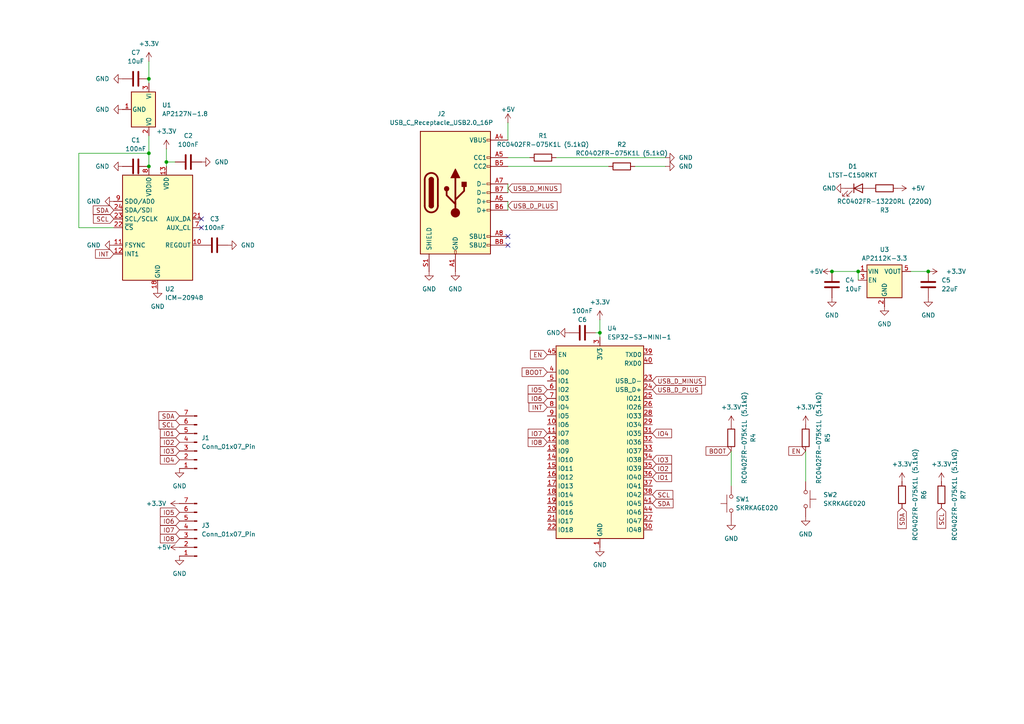
<source format=kicad_sch>
(kicad_sch (version 20250114) (generator "eeschema") (generator_version "9.0")
  (paper "A4")
  (lib_symbols
    (symbol "Connector:Conn_01x07_Pin" (pin_names (offset 1.016) (hide yes))
      (property "Reference" "J" (at 0 10.16 0))
      (property "Value" "Conn_01x07_Pin" (at 0 -10.16 0))
      (symbol "Conn_01x07_Pin_1_1"
        (rectangle (start 0.8636 7.747) (end 0 7.493) (stroke (width 0.1524)) (fill (type outline)))
        (rectangle (start 0.8636 5.207) (end 0 4.953) (stroke (width 0.1524)) (fill (type outline)))
        (rectangle (start 0.8636 2.667) (end 0 2.413) (stroke (width 0.1524)) (fill (type outline)))
        (rectangle (start 0.8636 0.127) (end 0 -0.127) (stroke (width 0.1524)) (fill (type outline)))
        (rectangle (start 0.8636 -2.413) (end 0 -2.667) (stroke (width 0.1524)) (fill (type outline)))
        (rectangle (start 0.8636 -4.953) (end 0 -5.207) (stroke (width 0.1524)) (fill (type outline)))
        (rectangle (start 0.8636 -7.493) (end 0 -7.747) (stroke (width 0.1524)) (fill (type outline)))
        (polyline (pts (xy 1.27 7.62) (xy 0.8636 7.62)) (stroke (width 0.1524)))
        (polyline (pts (xy 1.27 5.08) (xy 0.8636 5.08)) (stroke (width 0.1524)))
        (polyline (pts (xy 1.27 2.54) (xy 0.8636 2.54)) (stroke (width 0.1524)))
        (polyline (pts (xy 1.27 0) (xy 0.8636 0)) (stroke (width 0.1524)))
        (polyline (pts (xy 1.27 -2.54) (xy 0.8636 -2.54)) (stroke (width 0.1524)))
        (polyline (pts (xy 1.27 -5.08) (xy 0.8636 -5.08)) (stroke (width 0.1524)))
        (polyline (pts (xy 1.27 -7.62) (xy 0.8636 -7.62)) (stroke (width 0.1524)))
        (pin passive line (at 5.08 7.62 180) (length 3.81) (name "Pin_1") (number "1"))
        (pin passive line (at 5.08 5.08 180) (length 3.81) (name "Pin_2") (number "2"))
        (pin passive line (at 5.08 2.54 180) (length 3.81) (name "Pin_3") (number "3"))
        (pin passive line (at 5.08 0 180) (length 3.81) (name "Pin_4") (number "4"))
        (pin passive line (at 5.08 -2.54 180) (length 3.81) (name "Pin_5") (number "5"))
        (pin passive line (at 5.08 -5.08 180) (length 3.81) (name "Pin_6") (number "6"))
        (pin passive line (at 5.08 -7.62 180) (length 3.81) (name "Pin_7") (number "7"))
      )
    )
    (symbol "Connector:USB_C_Receptacle_USB2.0_16P" (pin_names (offset 1.016))
      (property "Reference" "J" (at 0 22.225 0))
      (property "Value" "USB_C_Receptacle_USB2.0_16P" (at 0 19.685 0))
      (symbol "USB_C_Receptacle_USB2.0_16P_0_0"
        (rectangle (start -0.254 -17.78) (end 0.254 -16.764))
        (rectangle (start 10.16 15.494) (end 9.144 14.986))
        (rectangle (start 10.16 10.414) (end 9.144 9.906))
        (rectangle (start 10.16 7.874) (end 9.144 7.366))
        (rectangle (start 10.16 2.794) (end 9.144 2.286))
        (rectangle (start 10.16 0.254) (end 9.144 -0.254))
        (rectangle (start 10.16 -2.286) (end 9.144 -2.794))
        (rectangle (start 10.16 -4.826) (end 9.144 -5.334))
        (rectangle (start 10.16 -12.446) (end 9.144 -12.954))
        (rectangle (start 10.16 -14.986) (end 9.144 -15.494))
      )
      (symbol "USB_C_Receptacle_USB2.0_16P_0_1"
        (rectangle (start -10.16 17.78) (end 10.16 -17.78) (stroke (width 0.254)) (fill (type background)))
        (polyline (pts (xy -8.89 -3.81) (xy -8.89 3.81)) (stroke (width 0.508)))
        (rectangle (start -7.62 -3.81) (end -6.35 3.81) (stroke (width 0.254)) (fill (type outline)))
        (arc (start -7.62 3.81) (mid -6.985 4.4423) (end -6.35 3.81) (stroke (width 0.254)))
        (arc (start -7.62 3.81) (mid -6.985 4.4423) (end -6.35 3.81) (stroke (width 0.254)) (fill (type outline)))
        (arc (start -8.89 3.81) (mid -6.985 5.7067) (end -5.08 3.81) (stroke (width 0.508)))
        (arc (start -5.08 -3.81) (mid -6.985 -5.7067) (end -8.89 -3.81) (stroke (width 0.508)))
        (arc (start -6.35 -3.81) (mid -6.985 -4.4423) (end -7.62 -3.81) (stroke (width 0.254)))
        (arc (start -6.35 -3.81) (mid -6.985 -4.4423) (end -7.62 -3.81) (stroke (width 0.254)) (fill (type outline)))
        (polyline (pts (xy -5.08 3.81) (xy -5.08 -3.81)) (stroke (width 0.508)))
        (circle (center -2.54 1.143) (radius 0.635) (stroke (width 0.254)) (fill (type outline)))
        (polyline (pts (xy -1.27 4.318) (xy 0 6.858) (xy 1.27 4.318) (xy -1.27 4.318)) (stroke (width 0.254)) (fill (type outline)))
        (polyline (pts (xy 0 -2.032) (xy 2.54 0.508) (xy 2.54 1.778)) (stroke (width 0.508)))
        (polyline (pts (xy 0 -3.302) (xy -2.54 -0.762) (xy -2.54 0.508)) (stroke (width 0.508)))
        (polyline (pts (xy 0 -5.842) (xy 0 4.318)) (stroke (width 0.508)))
        (circle (center 0 -5.842) (radius 1.27) (fill (type outline)))
        (rectangle (start 1.905 1.778) (end 3.175 3.048) (stroke (width 0.254)) (fill (type outline)))
      )
      (symbol "USB_C_Receptacle_USB2.0_16P_1_1"
        (pin passive line (at -7.62 -22.86 90) (length 5.08) (name "SHIELD") (number "S1"))
        (pin passive line (at 0 -22.86 90) (length 5.08) (name "GND") (number "A1"))
        (pin passive line (at 0 -22.86 90) (length 5.08) (hide yes) (name "GND") (number "A12"))
        (pin passive line (at 0 -22.86 90) (length 5.08) (hide yes) (name "GND") (number "B1"))
        (pin passive line (at 0 -22.86 90) (length 5.08) (hide yes) (name "GND") (number "B12"))
        (pin passive line (at 15.24 15.24 180) (length 5.08) (name "VBUS") (number "A4"))
        (pin passive line (at 15.24 15.24 180) (length 5.08) (hide yes) (name "VBUS") (number "A9"))
        (pin passive line (at 15.24 15.24 180) (length 5.08) (hide yes) (name "VBUS") (number "B4"))
        (pin passive line (at 15.24 15.24 180) (length 5.08) (hide yes) (name "VBUS") (number "B9"))
        (pin bidirectional line (at 15.24 10.16 180) (length 5.08) (name "CC1") (number "A5"))
        (pin bidirectional line (at 15.24 7.62 180) (length 5.08) (name "CC2") (number "B5"))
        (pin bidirectional line (at 15.24 2.54 180) (length 5.08) (name "D-") (number "A7"))
        (pin bidirectional line (at 15.24 0 180) (length 5.08) (name "D-") (number "B7"))
        (pin bidirectional line (at 15.24 -2.54 180) (length 5.08) (name "D+") (number "A6"))
        (pin bidirectional line (at 15.24 -5.08 180) (length 5.08) (name "D+") (number "B6"))
        (pin bidirectional line (at 15.24 -12.7 180) (length 5.08) (name "SBU1") (number "A8"))
        (pin bidirectional line (at 15.24 -15.24 180) (length 5.08) (name "SBU2") (number "B8"))
      )
    )
    (symbol "Device:C" (pin_numbers (hide yes)) (pin_names (offset 0.254))
      (property "Reference" "C" (at 0.635 2.54 0))
      (property "Value" "C" (at 0.635 -2.54 0))
      (symbol "C_0_1"
        (polyline (pts (xy -2.032 0.762) (xy 2.032 0.762)) (stroke (width 0.508)))
        (polyline (pts (xy -2.032 -0.762) (xy 2.032 -0.762)) (stroke (width 0.508)))
      )
      (symbol "C_1_1"
        (pin passive line (at 0 3.81 270) (length 2.794) (name "~") (number "1"))
        (pin passive line (at 0 -3.81 90) (length 2.794) (name "~") (number "2"))
      )
    )
    (symbol "Device:LED" (pin_numbers (hide yes)) (pin_names (offset 1.016) (hide yes))
      (property "Reference" "D" (at 0 2.54 0))
      (property "Value" "LED" (at 0 -2.54 0))
      (symbol "LED_0_1"
        (polyline (pts (xy -3.048 -0.762) (xy -4.572 -2.286) (xy -3.81 -2.286) (xy -4.572 -2.286) (xy -4.572 -1.524)))
        (polyline (pts (xy -1.778 -0.762) (xy -3.302 -2.286) (xy -2.54 -2.286) (xy -3.302 -2.286) (xy -3.302 -1.524)))
        (polyline (pts (xy -1.27 0) (xy 1.27 0)))
        (polyline (pts (xy -1.27 -1.27) (xy -1.27 1.27)) (stroke (width 0.254)))
        (polyline (pts (xy 1.27 -1.27) (xy 1.27 1.27) (xy -1.27 0) (xy 1.27 -1.27)) (stroke (width 0.254)))
      )
      (symbol "LED_1_1"
        (pin passive line (at -3.81 0 0) (length 2.54) (name "K") (number "1"))
        (pin passive line (at 3.81 0 180) (length 2.54) (name "A") (number "2"))
      )
    )
    (symbol "Device:R" (pin_numbers (hide yes)) (pin_names (offset 0))
      (property "Reference" "R" (at 2.032 0 90))
      (property "Value" "R" (at 0 0 90))
      (symbol "R_0_1"
        (rectangle (start -1.016 -2.54) (end 1.016 2.54) (stroke (width 0.254)))
      )
      (symbol "R_1_1"
        (pin passive line (at 0 3.81 270) (length 1.27) (name "~") (number "1"))
        (pin passive line (at 0 -3.81 90) (length 1.27) (name "~") (number "2"))
      )
    )
    (symbol "RF_Module:ESP32-S3-MINI-1"
      (property "Reference" "U" (at -11.43 29.21 0))
      (property "Value" "ESP32-S3-MINI-1" (at 12.7 29.21 0))
      (symbol "ESP32-S3-MINI-1_0_1"
        (rectangle (start -12.7 27.94) (end 12.7 -27.94) (stroke (width 0.254)) (fill (type background)))
      )
      (symbol "ESP32-S3-MINI-1_1_1"
        (pin input line (at -15.24 25.4 0) (length 2.54) (name "EN") (number "45"))
        (pin bidirectional line (at -15.24 20.32 0) (length 2.54) (name "IO0") (number "4"))
        (pin bidirectional line (at -15.24 17.78 0) (length 2.54) (name "IO1") (number "5"))
        (pin bidirectional line (at -15.24 15.24 0) (length 2.54) (name "IO2") (number "6"))
        (pin bidirectional line (at -15.24 12.7 0) (length 2.54) (name "IO3") (number "7"))
        (pin bidirectional line (at -15.24 10.16 0) (length 2.54) (name "IO4") (number "8"))
        (pin bidirectional line (at -15.24 7.62 0) (length 2.54) (name "IO5") (number "9"))
        (pin bidirectional line (at -15.24 5.08 0) (length 2.54) (name "IO6") (number "10"))
        (pin bidirectional line (at -15.24 2.54 0) (length 2.54) (name "IO7") (number "11"))
        (pin bidirectional line (at -15.24 0 0) (length 2.54) (name "IO8") (number "12"))
        (pin bidirectional line (at -15.24 -2.54 0) (length 2.54) (name "IO9") (number "13"))
        (pin bidirectional line (at -15.24 -5.08 0) (length 2.54) (name "IO10") (number "14"))
        (pin bidirectional line (at -15.24 -7.62 0) (length 2.54) (name "IO11") (number "15"))
        (pin bidirectional line (at -15.24 -10.16 0) (length 2.54) (name "IO12") (number "16"))
        (pin bidirectional line (at -15.24 -12.7 0) (length 2.54) (name "IO13") (number "17"))
        (pin bidirectional line (at -15.24 -15.24 0) (length 2.54) (name "IO14") (number "18"))
        (pin bidirectional line (at -15.24 -17.78 0) (length 2.54) (name "IO15") (number "19"))
        (pin bidirectional line (at -15.24 -20.32 0) (length 2.54) (name "IO16") (number "20"))
        (pin bidirectional line (at -15.24 -22.86 0) (length 2.54) (name "IO17") (number "21"))
        (pin bidirectional line (at -15.24 -25.4 0) (length 2.54) (name "IO18") (number "22"))
        (pin power_in line (at 0 30.48 270) (length 2.54) (name "3V3") (number "3"))
        (pin power_in line (at 0 -30.48 90) (length 2.54) (name "GND") (number "1"))
        (pin passive line (at 0 -30.48 90) (length 2.54) (hide yes) (name "GND") (number "2"))
        (pin passive line (at 0 -30.48 90) (length 2.54) (hide yes) (name "GND") (number "42"))
        (pin passive line (at 0 -30.48 90) (length 2.54) (hide yes) (name "GND") (number "43"))
        (pin passive line (at 0 -30.48 90) (length 2.54) (hide yes) (name "GND") (number "46"))
        (pin passive line (at 0 -30.48 90) (length 2.54) (hide yes) (name "GND") (number "47"))
        (pin passive line (at 0 -30.48 90) (length 2.54) (hide yes) (name "GND") (number "48"))
        (pin passive line (at 0 -30.48 90) (length 2.54) (hide yes) (name "GND") (number "49"))
        (pin passive line (at 0 -30.48 90) (length 2.54) (hide yes) (name "GND") (number "50"))
        (pin passive line (at 0 -30.48 90) (length 2.54) (hide yes) (name "GND") (number "51"))
        (pin passive line (at 0 -30.48 90) (length 2.54) (hide yes) (name "GND") (number "52"))
        (pin passive line (at 0 -30.48 90) (length 2.54) (hide yes) (name "GND") (number "53"))
        (pin passive line (at 0 -30.48 90) (length 2.54) (hide yes) (name "GND") (number "54"))
        (pin passive line (at 0 -30.48 90) (length 2.54) (hide yes) (name "GND") (number "55"))
        (pin passive line (at 0 -30.48 90) (length 2.54) (hide yes) (name "GND") (number "56"))
        (pin passive line (at 0 -30.48 90) (length 2.54) (hide yes) (name "GND") (number "57"))
        (pin passive line (at 0 -30.48 90) (length 2.54) (hide yes) (name "GND") (number "58"))
        (pin passive line (at 0 -30.48 90) (length 2.54) (hide yes) (name "GND") (number "59"))
        (pin passive line (at 0 -30.48 90) (length 2.54) (hide yes) (name "GND") (number "60"))
        (pin passive line (at 0 -30.48 90) (length 2.54) (hide yes) (name "GND") (number "61"))
        (pin passive line (at 0 -30.48 90) (length 2.54) (hide yes) (name "GND") (number "62"))
        (pin passive line (at 0 -30.48 90) (length 2.54) (hide yes) (name "GND") (number "63"))
        (pin passive line (at 0 -30.48 90) (length 2.54) (hide yes) (name "GND") (number "64"))
        (pin passive line (at 0 -30.48 90) (length 2.54) (hide yes) (name "GND") (number "65"))
        (pin bidirectional line (at 15.24 25.4 180) (length 2.54) (name "TXD0") (number "39"))
        (pin bidirectional line (at 15.24 22.86 180) (length 2.54) (name "RXD0") (number "40"))
        (pin bidirectional line (at 15.24 17.78 180) (length 2.54) (name "USB_D-") (number "23"))
        (pin bidirectional line (at 15.24 15.24 180) (length 2.54) (name "USB_D+") (number "24"))
        (pin bidirectional line (at 15.24 12.7 180) (length 2.54) (name "IO21") (number "25"))
        (pin bidirectional line (at 15.24 10.16 180) (length 2.54) (name "IO26") (number "26"))
        (pin bidirectional line (at 15.24 7.62 180) (length 2.54) (name "IO33") (number "28"))
        (pin bidirectional line (at 15.24 5.08 180) (length 2.54) (name "IO34") (number "29"))
        (pin bidirectional line (at 15.24 2.54 180) (length 2.54) (name "IO35") (number "31"))
        (pin bidirectional line (at 15.24 0 180) (length 2.54) (name "IO36") (number "32"))
        (pin bidirectional line (at 15.24 -2.54 180) (length 2.54) (name "IO37") (number "33"))
        (pin bidirectional line (at 15.24 -5.08 180) (length 2.54) (name "IO38") (number "34"))
        (pin bidirectional line (at 15.24 -7.62 180) (length 2.54) (name "IO39") (number "35"))
        (pin bidirectional line (at 15.24 -10.16 180) (length 2.54) (name "IO40") (number "36"))
        (pin bidirectional line (at 15.24 -12.7 180) (length 2.54) (name "IO41") (number "37"))
        (pin bidirectional line (at 15.24 -15.24 180) (length 2.54) (name "IO42") (number "38"))
        (pin bidirectional line (at 15.24 -17.78 180) (length 2.54) (name "IO45") (number "41"))
        (pin bidirectional line (at 15.24 -20.32 180) (length 2.54) (name "IO46") (number "44"))
        (pin bidirectional line (at 15.24 -22.86 180) (length 2.54) (name "IO47") (number "27"))
        (pin bidirectional line (at 15.24 -25.4 180) (length 2.54) (name "IO48") (number "30"))
      )
    )
    (symbol "Regulator_Linear:AP2112K-3.3" (pin_names (offset 0.254))
      (property "Reference" "U" (at -5.08 5.715 0))
      (property "Value" "AP2112K-3.3" (at 0 5.715 0))
      (symbol "AP2112K-3.3_0_1"
        (rectangle (start -5.08 4.445) (end 5.08 -5.08) (stroke (width 0.254)) (fill (type background)))
      )
      (symbol "AP2112K-3.3_1_1"
        (pin power_in line (at -7.62 2.54 0) (length 2.54) (name "VIN") (number "1"))
        (pin input line (at -7.62 0 0) (length 2.54) (name "EN") (number "3"))
        (pin power_in line (at 0 -7.62 90) (length 2.54) (name "GND") (number "2"))
        (pin no_connect line (at 5.08 0 180) (length 2.54) (hide yes) (name "NC") (number "4"))
        (pin power_out line (at 7.62 2.54 180) (length 2.54) (name "VOUT") (number "5"))
      )
    )
    (symbol "Regulator_Linear:AP2127N-1.8" (pin_names (offset 0.254))
      (property "Reference" "U" (at -3.81 3.175 0))
      (property "Value" "AP2127N-1.8" (at 0 3.175 0))
      (symbol "AP2127N-1.8_0_1"
        (rectangle (start -5.08 1.905) (end 5.08 -5.08) (stroke (width 0.254)) (fill (type background)))
      )
      (symbol "AP2127N-1.8_1_1"
        (pin power_in line (at -7.62 0 0) (length 2.54) (name "VI") (number "3"))
        (pin power_in line (at 0 -7.62 90) (length 2.54) (name "GND") (number "1"))
        (pin power_out line (at 7.62 0 180) (length 2.54) (name "VO") (number "2"))
      )
    )
    (symbol "Sensor_Motion:ICM-20948"
      (property "Reference" "U" (at -11.43 16.51 0))
      (property "Value" "ICM-20948" (at 7.62 -16.51 0))
      (symbol "ICM-20948_0_1"
        (rectangle (start -10.16 15.24) (end 10.16 -15.24) (stroke (width 0.254)) (fill (type background)))
      )
      (symbol "ICM-20948_1_1"
        (pin bidirectional line (at -12.7 7.62 0) (length 2.54) (name "SDO/AD0") (number "9"))
        (pin bidirectional line (at -12.7 5.08 0) (length 2.54) (name "SDA/SDI") (number "24"))
        (pin input line (at -12.7 2.54 0) (length 2.54) (name "SCL/SCLK") (number "23"))
        (pin input line (at -12.7 0 0) (length 2.54) (name "~{CS}") (number "22"))
        (pin input line (at -12.7 -5.08 0) (length 2.54) (name "FSYNC") (number "11"))
        (pin output line (at -12.7 -7.62 0) (length 2.54) (name "INT1") (number "12"))
        (pin no_connect line (at -10.16 12.7 0) (length 2.54) (hide yes) (name "NC") (number "1"))
        (pin no_connect line (at -10.16 10.16 0) (length 2.54) (hide yes) (name "NC") (number "2"))
        (pin no_connect line (at -10.16 -2.54 0) (length 2.54) (hide yes) (name "NC") (number "3"))
        (pin no_connect line (at -10.16 -10.16 0) (length 2.54) (hide yes) (name "NC") (number "4"))
        (pin no_connect line (at -10.16 -12.7 0) (length 2.54) (hide yes) (name "NC") (number "5"))
        (pin power_in line (at -2.54 17.78 270) (length 2.54) (name "VDDIO") (number "8"))
        (pin power_in line (at 0 -17.78 90) (length 2.54) (name "GND") (number "18"))
        (pin passive line (at 0 -17.78 90) (length 2.54) (hide yes) (name "GND") (number "20"))
        (pin power_in line (at 2.54 17.78 270) (length 2.54) (name "VDD") (number "13"))
        (pin no_connect line (at 10.16 10.16 180) (length 2.54) (hide yes) (name "NC") (number "6"))
        (pin no_connect line (at 10.16 7.62 180) (length 2.54) (hide yes) (name "NC") (number "14"))
        (pin no_connect line (at 10.16 5.08 180) (length 2.54) (hide yes) (name "NC") (number "15"))
        (pin no_connect line (at 10.16 -7.62 180) (length 2.54) (hide yes) (name "NC") (number "16"))
        (pin no_connect line (at 10.16 -10.16 180) (length 2.54) (hide yes) (name "NC") (number "17"))
        (pin no_connect line (at 10.16 -12.7 180) (length 2.54) (hide yes) (name "RESV") (number "19"))
        (pin bidirectional line (at 12.7 2.54 180) (length 2.54) (name "AUX_DA") (number "21"))
        (pin output line (at 12.7 0 180) (length 2.54) (name "AUX_CL") (number "7"))
        (pin passive line (at 12.7 -5.08 180) (length 2.54) (name "REGOUT") (number "10"))
      )
    )
    (symbol "Switch:SW_Push" (pin_numbers (hide yes)) (pin_names (offset 1.016) (hide yes))
      (property "Reference" "SW" (at 1.27 2.54 0))
      (property "Value" "SW_Push" (at 0 -1.524 0))
      (symbol "SW_Push_0_1"
        (circle (center -2.032 0) (radius 0.508))
        (polyline (pts (xy 0 1.27) (xy 0 3.048)))
        (circle (center 2.032 0) (radius 0.508))
        (polyline (pts (xy 2.54 1.27) (xy -2.54 1.27)))
        (pin passive line (at -5.08 0 0) (length 2.54) (name "1") (number "1"))
        (pin passive line (at 5.08 0 180) (length 2.54) (name "2") (number "2"))
      )
    )
    (symbol "power:+3.3V" (power) (pin_numbers (hide yes)) (pin_names (offset 0) (hide yes))
      (property "Value" "+3.3V" (at 0 3.556 0))
      (symbol "+3.3V_0_1"
        (polyline (pts (xy -0.762 1.27) (xy 0 2.54)))
        (polyline (pts (xy 0 2.54) (xy 0.762 1.27)))
        (polyline (pts (xy 0 0) (xy 0 2.54)))
      )
      (symbol "+3.3V_1_1"
        (pin power_in line (at 0 0 90) (length 0) (name "~") (number "1"))
      )
    )
    (symbol "power:+5V" (power) (pin_numbers (hide yes)) (pin_names (offset 0) (hide yes))
      (property "Value" "+5V" (at 0 3.556 0))
      (symbol "+5V_0_1"
        (polyline (pts (xy -0.762 1.27) (xy 0 2.54)))
        (polyline (pts (xy 0 2.54) (xy 0.762 1.27)))
        (polyline (pts (xy 0 0) (xy 0 2.54)))
      )
      (symbol "+5V_1_1"
        (pin power_in line (at 0 0 90) (length 0) (name "~") (number "1"))
      )
    )
    (symbol "power:GND" (power) (pin_numbers (hide yes)) (pin_names (offset 0) (hide yes))
      (property "Value" "GND" (at 0 -3.81 0))
      (symbol "GND_0_1"
        (polyline (pts (xy 0 0) (xy 0 -1.27) (xy 1.27 -1.27) (xy 0 -2.54) (xy -1.27 -1.27) (xy 0 -1.27)))
      )
      (symbol "GND_1_1"
        (pin power_in line (at 0 0 270) (length 0) (name "~") (number "1"))
      )
    )
  )
  (junction (at 43.18 44.45))
  (junction (at 173.99 96.52))
  (junction (at 248.92 78.74))
  (junction (at 43.18 22.86))
  (junction (at 43.18 48.26))
  (junction (at 269.24 78.74))
  (junction (at 241.3 78.74))
  (junction (at 48.26 46.99))
  (no_connect (at 58.42 66.04))
  (no_connect (at 147.32 68.58))
  (no_connect (at 58.42 63.5))
  (no_connect (at 147.32 71.12))
  (wire (pts (xy 43.18 44.45) (xy 43.18 48.26)))
  (wire (pts (xy 248.92 78.74) (xy 248.92 81.28)))
  (wire (pts (xy 193.04 48.26) (xy 184.15 48.26)))
  (wire (pts (xy 176.53 48.26) (xy 147.32 48.26)))
  (wire (pts (xy 173.99 92.71) (xy 173.99 96.52)))
  (wire (pts (xy 43.18 39.37) (xy 43.18 44.45)))
  (wire (pts (xy 43.18 17.78) (xy 43.18 22.86)))
  (wire (pts (xy 172.72 96.52) (xy 173.99 96.52)))
  (wire (pts (xy 48.26 43.18) (xy 48.26 46.99)))
  (wire (pts (xy 161.29 45.72) (xy 193.04 45.72)))
  (wire (pts (xy 147.32 58.42) (xy 147.32 60.96)))
  (wire (pts (xy 153.67 45.72) (xy 147.32 45.72)))
  (wire (pts (xy 173.99 96.52) (xy 173.99 97.79)))
  (wire (pts (xy 212.09 140.97) (xy 212.09 130.81)))
  (wire (pts (xy 50.8 46.99) (xy 48.26 46.99)))
  (wire (pts (xy 22.86 66.04) (xy 22.86 44.45)))
  (wire (pts (xy 22.86 44.45) (xy 43.18 44.45)))
  (wire (pts (xy 43.18 22.86) (xy 43.18 24.13)))
  (wire (pts (xy 147.32 53.34) (xy 147.32 55.88)))
  (wire (pts (xy 147.32 35.56) (xy 147.32 40.64)))
  (wire (pts (xy 241.3 78.74) (xy 248.92 78.74)))
  (wire (pts (xy 233.68 139.7) (xy 233.68 130.81)))
  (wire (pts (xy 22.86 66.04) (xy 33.02 66.04)))
  (wire (pts (xy 264.16 78.74) (xy 269.24 78.74)))
  (wire (pts (xy 48.26 46.99) (xy 48.26 48.26)))
  (global_label "BOOT" (shape input) (at 212.09 130.81 180) (property "Intersheetrefs" "${INTERSHEET_REFS}" (effects (hide yes))))
  (global_label "SCL" (shape input) (at 52.07 123.19 180) (property "Intersheetrefs" "${INTERSHEET_REFS}" (effects (hide yes))))
  (global_label "IO8" (shape input) (at 158.75 128.27 180) (property "Intersheetrefs" "${INTERSHEET_REFS}" (effects (hide yes))))
  (global_label "IO5" (shape input) (at 52.07 148.59 180) (property "Intersheetrefs" "${INTERSHEET_REFS}" (effects (hide yes))))
  (global_label "IO4" (shape input) (at 52.07 133.35 180) (property "Intersheetrefs" "${INTERSHEET_REFS}" (effects (hide yes))))
  (global_label "USB_D_PLUS" (shape input) (at 189.23 113.03 0) (property "Intersheetrefs" "${INTERSHEET_REFS}" (effects (hide yes))))
  (global_label "IO4" (shape input) (at 189.23 125.73 0) (property "Intersheetrefs" "${INTERSHEET_REFS}" (effects (hide yes))))
  (global_label "USB_D_PLUS" (shape input) (at 147.32 59.69 0) (property "Intersheetrefs" "${INTERSHEET_REFS}" (effects (hide yes))))
  (global_label "IO8" (shape input) (at 52.07 156.21 180) (property "Intersheetrefs" "${INTERSHEET_REFS}" (effects (hide yes))))
  (global_label "SDA" (shape input) (at 261.62 147.32 270) (property "Intersheetrefs" "${INTERSHEET_REFS}" (effects (hide yes))))
  (global_label "IO7" (shape input) (at 52.07 153.67 180) (property "Intersheetrefs" "${INTERSHEET_REFS}" (effects (hide yes))))
  (global_label "INT" (shape input) (at 33.02 73.66 180) (property "Intersheetrefs" "${INTERSHEET_REFS}" (effects (hide yes))))
  (global_label "IO3" (shape input) (at 52.07 130.81 180) (property "Intersheetrefs" "${INTERSHEET_REFS}" (effects (hide yes))))
  (global_label "IO2" (shape input) (at 189.23 135.89 0) (property "Intersheetrefs" "${INTERSHEET_REFS}" (effects (hide yes))))
  (global_label "USB_D_MINUS" (shape input) (at 189.23 110.49 0) (property "Intersheetrefs" "${INTERSHEET_REFS}" (effects (hide yes))))
  (global_label "USB_D_MINUS" (shape input) (at 147.32 54.61 0) (property "Intersheetrefs" "${INTERSHEET_REFS}" (effects (hide yes))))
  (global_label "BOOT" (shape input) (at 158.75 107.95 180) (property "Intersheetrefs" "${INTERSHEET_REFS}" (effects (hide yes))))
  (global_label "IO6" (shape input) (at 158.75 115.57 180) (property "Intersheetrefs" "${INTERSHEET_REFS}" (effects (hide yes))))
  (global_label "EN" (shape input) (at 233.68 130.81 180) (property "Intersheetrefs" "${INTERSHEET_REFS}" (effects (hide yes))))
  (global_label "SCL" (shape input) (at 33.02 63.5 180) (property "Intersheetrefs" "${INTERSHEET_REFS}" (effects (hide yes))))
  (global_label "IO1" (shape input) (at 52.07 125.73 180) (property "Intersheetrefs" "${INTERSHEET_REFS}" (effects (hide yes))))
  (global_label "IO2" (shape input) (at 52.07 128.27 180) (property "Intersheetrefs" "${INTERSHEET_REFS}" (effects (hide yes))))
  (global_label "EN" (shape input) (at 158.75 102.87 180) (property "Intersheetrefs" "${INTERSHEET_REFS}" (effects (hide yes))))
  (global_label "SDA" (shape input) (at 33.02 60.96 180) (property "Intersheetrefs" "${INTERSHEET_REFS}" (effects (hide yes))))
  (global_label "IO3" (shape input) (at 189.23 133.35 0) (property "Intersheetrefs" "${INTERSHEET_REFS}" (effects (hide yes))))
  (global_label "INT" (shape input) (at 158.75 118.11 180) (property "Intersheetrefs" "${INTERSHEET_REFS}" (effects (hide yes))))
  (global_label "IO1" (shape input) (at 189.23 138.43 0) (property "Intersheetrefs" "${INTERSHEET_REFS}" (effects (hide yes))))
  (global_label "SCL" (shape input) (at 273.05 147.32 270) (property "Intersheetrefs" "${INTERSHEET_REFS}" (effects (hide yes))))
  (global_label "SDA" (shape input) (at 52.07 120.65 180) (property "Intersheetrefs" "${INTERSHEET_REFS}" (effects (hide yes))))
  (global_label "IO5" (shape input) (at 158.75 113.03 180) (property "Intersheetrefs" "${INTERSHEET_REFS}" (effects (hide yes))))
  (global_label "IO7" (shape input) (at 158.75 125.73 180) (property "Intersheetrefs" "${INTERSHEET_REFS}" (effects (hide yes))))
  (global_label "SDA" (shape input) (at 189.23 146.05 0) (property "Intersheetrefs" "${INTERSHEET_REFS}" (effects (hide yes))))
  (global_label "IO6" (shape input) (at 52.07 151.13 180) (property "Intersheetrefs" "${INTERSHEET_REFS}" (effects (hide yes))))
  (global_label "SCL" (shape input) (at 189.23 143.51 0) (property "Intersheetrefs" "${INTERSHEET_REFS}" (effects (hide yes))))
  (symbol (lib_id "power:+3.3V") (at 273.05 139.7 0) (unit 1)
    (property "Reference" "#PWR034" (effects (hide yes)))
    (property "Value" "+3.3V" (at 273.05 134.62 0))
    (property "Description" "Power symbol creates a global label with name \"+3.3V\"" (effects (hide yes)))
  )
  (symbol (lib_id "power:+3.3V") (at 173.99 92.71 0) (unit 1)
    (property "Reference" "#PWR027" (effects (hide yes)))
    (property "Value" "+3.3V" (at 173.99 87.63 0))
    (property "Description" "Power symbol creates a global label with name \"+3.3V\"" (effects (hide yes)))
  )
  (symbol (lib_id "Device:C") (at 269.24 82.55 0) (unit 1)
    (property "Reference" "C5" (at 273.05 81.2799 0) (effects (justify left)))
    (property "Value" "22uF" (at 273.05 83.8199 0) (effects (justify left)))
    (property "Footprint" "10uF:C0402" (effects (hide yes)))
    (property "Description" "Unpolarized capacitor" (effects (hide yes)))
  )
  (symbol (lib_id "Device:R") (at 256.54 54.61 270) (unit 1)
    (property "Reference" "R3" (at 256.54 60.96 90))
    (property "Value" "RC0402FR-13220RL (220Ω)" (at 256.54 58.42 90))
    (property "Footprint" "0402:R0402" (effects (hide yes)))
    (property "Description" "Resistor" (effects (hide yes)))
  )
  (symbol (lib_id "power:+5V") (at 260.35 54.61 270) (unit 1)
    (property "Reference" "#PWR025" (effects (hide yes)))
    (property "Value" "+5V" (at 264.16 54.6099 90) (effects (justify left)))
    (property "Description" "Power symbol creates a global label with name \"+5V\"" (effects (hide yes)))
  )
  (symbol (lib_id "Connector:Conn_01x07_Pin") (at 57.15 128.27 180) (unit 1)
    (property "Reference" "J1" (at 58.42 126.9999 0) (effects (justify right)))
    (property "Value" "Conn_01x07_Pin" (at 58.42 129.5399 0) (effects (justify right)))
    (property "Footprint" "Connector_PinHeader_2.54mm:PinHeader_1x07_P2.54mm_Vertical" (effects (hide yes)))
    (property "Description" "Generic connector, single row, 01x07, script generated" (effects (hide yes)))
  )
  (symbol (lib_id "power:GND") (at 45.72 83.82 0) (unit 1)
    (property "Reference" "#PWR08" (effects (hide yes)))
    (property "Value" "GND" (at 45.72 88.9 0))
    (property "Description" "Power symbol creates a global label with name \"GND\" , ground" (effects (hide yes)))
  )
  (symbol (lib_id "Connector:USB_C_Receptacle_USB2.0_16P") (at 132.08 55.88 0) (unit 1)
    (property "Reference" "J2" (at 128.016 33.02 0))
    (property "Value" "USB_C_Receptacle_USB2.0_16P" (at 128.016 35.56 0))
    (property "Footprint" "Connector_USB:USB_C_Receptacle_HCTL_HC-TYPE-C-16P-01A" (effects (hide yes)))
    (property "Datasheet" "https://www.usb.org/sites/default/files/documents/usb_type-c.zip" (effects (hide yes)))
    (property "Description" "USB 2.0-only 16P Type-C Receptacle connector" (effects (hide yes)))
  )
  (symbol (lib_id "Device:R") (at 273.05 143.51 0) (unit 1)
    (property "Reference" "R7" (at 279.4 143.51 90))
    (property "Value" "RC0402FR-075K1L (5.1kΩ)" (at 276.86 143.51 90))
    (property "Footprint" "0402:R0402" (effects (hide yes)))
    (property "Description" "Resistor" (effects (hide yes)))
  )
  (symbol (lib_id "Device:R") (at 157.48 45.72 90) (unit 1)
    (property "Reference" "R1" (at 157.48 39.37 90))
    (property "Value" "RC0402FR-075K1L (5.1kΩ)" (at 157.48 41.91 90))
    (property "Footprint" "0402:R0402" (effects (hide yes)))
    (property "Description" "Resistor" (effects (hide yes)))
  )
  (symbol (lib_id "power:GND") (at 52.07 161.29 0) (unit 1)
    (property "Reference" "#PWR016" (effects (hide yes)))
    (property "Value" "GND" (at 52.07 166.37 0))
    (property "Description" "Power symbol creates a global label with name \"GND\" , ground" (effects (hide yes)))
  )
  (symbol (lib_id "power:GND") (at 33.02 71.12 270) (unit 1)
    (property "Reference" "#PWR03" (effects (hide yes)))
    (property "Value" "GND" (at 29.21 71.1199 90) (effects (justify right)))
    (property "Description" "Power symbol creates a global label with name \"GND\" , ground" (effects (hide yes)))
  )
  (symbol (lib_id "Device:C") (at 168.91 96.52 90) (unit 1)
    (property "Reference" "C6" (at 168.91 92.71 90))
    (property "Value" "100nF" (at 168.91 90.17 90))
    (property "Footprint" "10uF:C0402" (effects (hide yes)))
    (property "Description" "Unpolarized capacitor" (effects (hide yes)))
  )
  (symbol (lib_id "Regulator_Linear:AP2127N-1.8") (at 43.18 31.75 270) (unit 1)
    (property "Reference" "U1" (at 46.99 30.4799 90) (effects (justify left)))
    (property "Value" "AP2127N-1.8" (at 46.99 33.0199 90) (effects (justify left)))
    (property "Footprint" "Package_TO_SOT_SMD:SOT-23" (effects (hide yes)))
    (property "Datasheet" "https://www.diodes.com/assets/Datasheets/AP2127.pdf" (effects (hide yes)))
    (property "Description" "300mA low dropout linear regulator, shutdown pin, 2.5V-6V input voltage, 1.8V fixed positive output, SOT-23 package" (effects (hide yes)))
  )
  (symbol (lib_id "power:GND") (at 132.08 78.74 0) (unit 1)
    (property "Reference" "#PWR010" (effects (hide yes)))
    (property "Value" "GND" (at 132.08 83.82 0))
    (property "Description" "Power symbol creates a global label with name \"GND\" , ground" (effects (hide yes)))
  )
  (symbol (lib_id "power:GND") (at 165.1 96.52 270) (unit 1)
    (property "Reference" "#PWR026" (effects (hide yes)))
    (property "Value" "GND" (at 162.56 96.5199 90) (effects (justify right)))
    (property "Description" "Power symbol creates a global label with name \"GND\" , ground" (effects (hide yes)))
  )
  (symbol (lib_id "Device:R") (at 212.09 127 0) (unit 1)
    (property "Reference" "R4" (at 218.44 127 90))
    (property "Value" "RC0402FR-075K1L (5.1kΩ)" (at 215.9 127 90))
    (property "Footprint" "0402:R0402" (effects (hide yes)))
    (property "Description" "Resistor" (effects (hide yes)))
  )
  (symbol (lib_id "power:+3.3V") (at 269.24 78.74 270) (unit 1)
    (property "Reference" "#PWR023" (effects (hide yes)))
    (property "Value" "+3.3V" (at 274.32 78.7399 90) (effects (justify left)))
    (property "Description" "Power symbol creates a global label with name \"+3.3V\"" (effects (hide yes)))
  )
  (symbol (lib_id "power:+3.3V") (at 52.07 146.05 90) (unit 1)
    (property "Reference" "#PWR014" (effects (hide yes)))
    (property "Value" "+3.3V" (at 48.26 146.0499 90) (effects (justify left)))
    (property "Description" "Power symbol creates a global label with name \"+3.3V\"" (effects (hide yes)))
  )
  (symbol (lib_id "Switch:SW_Push") (at 212.09 146.05 90) (unit 1)
    (property "Reference" "SW1" (at 213.36 144.7799 90) (effects (justify right)))
    (property "Value" "SKRKAGE020" (at 213.36 147.3199 90) (effects (justify right)))
    (property "Footprint" "Button_Switch_SMD:SW_Push_SPST_NO_Alps_SKRK" (effects (hide yes)))
    (property "Description" "Push button switch, generic, two pins" (effects (hide yes)))
  )
  (symbol (lib_id "Device:R") (at 233.68 127 0) (unit 1)
    (property "Reference" "R5" (at 240.03 127 90))
    (property "Value" "RC0402FR-075K1L (5.1kΩ)" (at 237.49 127 90))
    (property "Footprint" "0402:R0402" (effects (hide yes)))
    (property "Description" "Resistor" (effects (hide yes)))
  )
  (symbol (lib_id "Regulator_Linear:AP2112K-3.3") (at 256.54 81.28 0) (unit 1)
    (property "Reference" "U3" (at 256.54 72.39 0))
    (property "Value" "AP2112K-3.3" (at 256.54 74.93 0))
    (property "Footprint" "Package_TO_SOT_SMD:SOT-23-5" (effects (hide yes)))
    (property "Datasheet" "https://www.diodes.com/assets/Datasheets/AP2112.pdf" (effects (hide yes)))
    (property "Description" "600mA low dropout linear regulator, with enable pin, 3.8V-6V input voltage range, 3.3V fixed positive output, SOT-23-5" (effects (hide yes)))
  )
  (symbol (lib_id "Device:R") (at 180.34 48.26 90) (unit 1)
    (property "Reference" "R2" (at 180.34 41.91 90))
    (property "Value" "RC0402FR-075K1L (5.1kΩ)" (at 180.34 44.45 90))
    (property "Footprint" "0402:R0402" (effects (hide yes)))
    (property "Description" "Resistor" (effects (hide yes)))
  )
  (symbol (lib_id "power:GND") (at 256.54 88.9 0) (unit 1)
    (property "Reference" "#PWR021" (effects (hide yes)))
    (property "Value" "GND" (at 256.54 93.98 0))
    (property "Description" "Power symbol creates a global label with name \"GND\" , ground" (effects (hide yes)))
  )
  (symbol (lib_id "power:+5V") (at 147.32 35.56 0) (unit 1)
    (property "Reference" "#PWR013" (effects (hide yes)))
    (property "Value" "+5V" (at 147.32 31.75 0))
    (property "Description" "Power symbol creates a global label with name \"+5V\"" (effects (hide yes)))
  )
  (symbol (lib_id "power:GND") (at 35.56 31.75 270) (unit 1)
    (property "Reference" "#PWR04" (effects (hide yes)))
    (property "Value" "GND" (at 31.75 31.7499 90) (effects (justify right)))
    (property "Description" "Power symbol creates a global label with name \"GND\" , ground" (effects (hide yes)))
  )
  (symbol (lib_id "power:GND") (at 245.11 54.61 270) (unit 1)
    (property "Reference" "#PWR022" (effects (hide yes)))
    (property "Value" "GND" (at 242.57 54.6099 90) (effects (justify right)))
    (property "Description" "Power symbol creates a global label with name \"GND\" , ground" (effects (hide yes)))
  )
  (symbol (lib_id "Device:R") (at 261.62 143.51 0) (unit 1)
    (property "Reference" "R6" (at 267.97 143.51 90))
    (property "Value" "RC0402FR-075K1L (5.1kΩ)" (at 265.43 143.51 90))
    (property "Footprint" "0402:R0402" (effects (hide yes)))
    (property "Description" "Resistor" (effects (hide yes)))
  )
  (symbol (lib_id "Connector:Conn_01x07_Pin") (at 57.15 153.67 180) (unit 1)
    (property "Reference" "J3" (at 58.42 152.3999 0) (effects (justify right)))
    (property "Value" "Conn_01x07_Pin" (at 58.42 154.9399 0) (effects (justify right)))
    (property "Footprint" "Connector_PinHeader_2.54mm:PinHeader_1x07_P2.54mm_Vertical" (effects (hide yes)))
    (property "Description" "Generic connector, single row, 01x07, script generated" (effects (hide yes)))
  )
  (symbol (lib_id "Switch:SW_Push") (at 233.68 144.78 270) (unit 1)
    (property "Reference" "SW2" (at 238.76 143.5099 90) (effects (justify left)))
    (property "Value" "SKRKAGE020" (at 238.76 146.0499 90) (effects (justify left)))
    (property "Footprint" "Button_Switch_SMD:SW_Push_SPST_NO_Alps_SKRK" (effects (hide yes)))
    (property "Description" "Push button switch, generic, two pins" (effects (hide yes)))
  )
  (symbol (lib_id "power:GND") (at 66.04 71.12 90) (unit 1)
    (property "Reference" "#PWR012" (effects (hide yes)))
    (property "Value" "GND" (at 69.85 71.1199 90) (effects (justify right)))
    (property "Description" "Power symbol creates a global label with name \"GND\" , ground" (effects (hide yes)))
  )
  (symbol (lib_id "power:GND") (at 173.99 158.75 0) (unit 1)
    (property "Reference" "#PWR028" (effects (hide yes)))
    (property "Value" "GND" (at 173.99 163.83 0))
    (property "Description" "Power symbol creates a global label with name \"GND\" , ground" (effects (hide yes)))
  )
  (symbol (lib_id "power:GND") (at 124.46 78.74 0) (unit 1)
    (property "Reference" "#PWR07" (effects (hide yes)))
    (property "Value" "GND" (at 124.46 83.82 0))
    (property "Description" "Power symbol creates a global label with name \"GND\" , ground" (effects (hide yes)))
  )
  (symbol (lib_id "Sensor_Motion:ICM-20948") (at 45.72 66.04 0) (unit 1)
    (property "Reference" "U2" (at 47.8633 83.82 0) (effects (justify left)))
    (property "Value" "ICM-20948" (at 47.8633 86.36 0) (effects (justify left)))
    (property "Footprint" "Sensor_Motion:InvenSense_QFN-24_3x3mm_P0.4mm" (effects (hide yes)))
    (property "Datasheet" "http://www.invensense.com/wp-content/uploads/2016/06/DS-000189-ICM-20948-v1.3.pdf" (effects (hide yes)))
    (property "Description" "InvenSense 9-Axis Motion Sensor, Accelerometer, Gyroscope, Compass, I2C/SPI, QFN-24" (effects (hide yes)))
  )
  (symbol (lib_id "power:+3.3V") (at 233.68 123.19 0) (unit 1)
    (property "Reference" "#PWR031" (effects (hide yes)))
    (property "Value" "+3.3V" (at 233.68 118.11 0))
    (property "Description" "Power symbol creates a global label with name \"+3.3V\"" (effects (hide yes)))
  )
  (symbol (lib_id "power:+3.3V") (at 261.62 139.7 0) (unit 1)
    (property "Reference" "#PWR033" (effects (hide yes)))
    (property "Value" "+3.3V" (at 261.62 134.62 0))
    (property "Description" "Power symbol creates a global label with name \"+3.3V\"" (effects (hide yes)))
  )
  (symbol (lib_id "Device:C") (at 54.61 46.99 90) (unit 1)
    (property "Reference" "C2" (at 54.61 39.37 90))
    (property "Value" "100nF" (at 54.61 41.91 90))
    (property "Footprint" "10uF:C0402" (effects (hide yes)))
    (property "Description" "Unpolarized capacitor" (effects (hide yes)))
  )
  (symbol (lib_id "power:GND") (at 193.04 45.72 90) (unit 1)
    (property "Reference" "#PWR019" (effects (hide yes)))
    (property "Value" "GND" (at 196.85 45.7199 90) (effects (justify right)))
    (property "Description" "Power symbol creates a global label with name \"GND\" , ground" (effects (hide yes)))
  )
  (symbol (lib_id "power:+5V") (at 52.07 158.75 90) (unit 1)
    (property "Reference" "#PWR015" (effects (hide yes)))
    (property "Value" "+5V" (at 49.53 158.7499 90) (effects (justify left)))
    (property "Description" "Power symbol creates a global label with name \"+5V\"" (effects (hide yes)))
  )
  (symbol (lib_id "power:GND") (at 212.09 151.13 0) (unit 1)
    (property "Reference" "#PWR030" (effects (hide yes)))
    (property "Value" "GND" (at 212.09 156.21 0))
    (property "Description" "Power symbol creates a global label with name \"GND\" , ground" (effects (hide yes)))
  )
  (symbol (lib_id "power:+3.3V") (at 48.26 43.18 0) (unit 1)
    (property "Reference" "#PWR09" (effects (hide yes)))
    (property "Value" "+3.3V" (at 48.26 38.1 0))
    (property "Description" "Power symbol creates a global label with name \"+3.3V\"" (effects (hide yes)))
  )
  (symbol (lib_id "Device:C") (at 241.3 82.55 0) (unit 1)
    (property "Reference" "C4" (at 245.11 81.2799 0) (effects (justify left)))
    (property "Value" "10uF" (at 245.11 83.8199 0) (effects (justify left)))
    (property "Footprint" "10uF:C0402" (effects (hide yes)))
    (property "Description" "Unpolarized capacitor" (effects (hide yes)))
  )
  (symbol (lib_id "Device:C") (at 39.37 22.86 90) (unit 1)
    (property "Reference" "C7" (at 39.37 15.24 90))
    (property "Value" "10uF" (at 39.37 17.78 90))
    (property "Footprint" "10uF:C0402" (effects (hide yes)))
    (property "Description" "Unpolarized capacitor" (effects (hide yes)))
  )
  (symbol (lib_id "power:GND") (at 35.56 22.86 270) (unit 1)
    (property "Reference" "#PWR035" (effects (hide yes)))
    (property "Value" "GND" (at 31.75 22.8599 90) (effects (justify right)))
    (property "Description" "Power symbol creates a global label with name \"GND\" , ground" (effects (hide yes)))
  )
  (symbol (lib_id "Device:LED") (at 248.92 54.61 0) (unit 1)
    (property "Reference" "D1" (at 247.3325 48.26 0))
    (property "Value" "LTST-C150RKT" (at 247.3325 50.8 0))
    (property "Footprint" "LED_SMD:LED_1206_3216Metric" (effects (hide yes)))
    (property "Description" "Light emitting diode" (effects (hide yes)))
    (property "Sim.Pins" "1=K 2=A" (effects (hide yes)))
  )
  (symbol (lib_id "RF_Module:ESP32-S3-MINI-1") (at 173.99 128.27 0) (unit 1)
    (property "Reference" "U4" (at 176.1333 95.25 0) (effects (justify left)))
    (property "Value" "ESP32-S3-MINI-1" (at 176.1333 97.79 0) (effects (justify left)))
    (property "Footprint" "RF_Module:ESP32-S2-MINI-1" (effects (hide yes)))
    (property "Datasheet" "https://www.espressif.com/sites/default/files/documentation/esp32-s3-mini-1_mini-1u_datasheet_en.pdf" (effects (hide yes)))
    (property "Description" "RF Module, ESP32-S3 SoC, Wi-Fi 802.11b/g/n, Bluetooth, BLE, 32-bit, 3.3V, SMD, onboard antenna" (effects (hide yes)))
  )
  (symbol (lib_id "Device:C") (at 39.37 48.26 90) (unit 1)
    (property "Reference" "C1" (at 39.37 40.64 90))
    (property "Value" "100nF" (at 39.37 43.18 90))
    (property "Footprint" "10uF:C0402" (effects (hide yes)))
    (property "Description" "Unpolarized capacitor" (effects (hide yes)))
  )
  (symbol (lib_id "power:GND") (at 193.04 48.26 90) (unit 1)
    (property "Reference" "#PWR020" (effects (hide yes)))
    (property "Value" "GND" (at 196.85 48.2599 90) (effects (justify right)))
    (property "Description" "Power symbol creates a global label with name \"GND\" , ground" (effects (hide yes)))
  )
  (symbol (lib_id "power:GND") (at 35.56 48.26 270) (unit 1)
    (property "Reference" "#PWR05" (effects (hide yes)))
    (property "Value" "GND" (at 31.75 48.2599 90) (effects (justify right)))
    (property "Description" "Power symbol creates a global label with name \"GND\" , ground" (effects (hide yes)))
  )
  (symbol (lib_id "power:GND") (at 58.42 46.99 90) (unit 1)
    (property "Reference" "#PWR011" (effects (hide yes)))
    (property "Value" "GND" (at 62.23 46.9899 90) (effects (justify right)))
    (property "Description" "Power symbol creates a global label with name \"GND\" , ground" (effects (hide yes)))
  )
  (symbol (lib_id "power:GND") (at 233.68 149.86 0) (unit 1)
    (property "Reference" "#PWR032" (effects (hide yes)))
    (property "Value" "GND" (at 233.68 154.94 0))
    (property "Description" "Power symbol creates a global label with name \"GND\" , ground" (effects (hide yes)))
  )
  (symbol (lib_id "power:GND") (at 52.07 135.89 0) (unit 1)
    (property "Reference" "#PWR01" (effects (hide yes)))
    (property "Value" "GND" (at 52.07 140.97 0))
    (property "Description" "Power symbol creates a global label with name \"GND\" , ground" (effects (hide yes)))
  )
  (symbol (lib_id "power:+3.3V") (at 212.09 123.19 0) (unit 1)
    (property "Reference" "#PWR029" (effects (hide yes)))
    (property "Value" "+3.3V" (at 212.09 118.11 0))
    (property "Description" "Power symbol creates a global label with name \"+3.3V\"" (effects (hide yes)))
  )
  (symbol (lib_id "power:GND") (at 241.3 86.36 0) (unit 1)
    (property "Reference" "#PWR018" (effects (hide yes)))
    (property "Value" "GND" (at 241.3 91.44 0))
    (property "Description" "Power symbol creates a global label with name \"GND\" , ground" (effects (hide yes)))
  )
  (symbol (lib_id "power:+5V") (at 241.3 78.74 90) (unit 1)
    (property "Reference" "#PWR017" (effects (hide yes)))
    (property "Value" "+5V" (at 238.76 78.7399 90) (effects (justify left)))
    (property "Description" "Power symbol creates a global label with name \"+5V\"" (effects (hide yes)))
  )
  (symbol (lib_id "power:+3.3V") (at 43.18 17.78 0) (unit 1)
    (property "Reference" "#PWR06" (effects (hide yes)))
    (property "Value" "+3.3V" (at 43.18 12.7 0))
    (property "Description" "Power symbol creates a global label with name \"+3.3V\"" (effects (hide yes)))
  )
  (symbol (lib_id "power:GND") (at 33.02 58.42 270) (unit 1)
    (property "Reference" "#PWR02" (effects (hide yes)))
    (property "Value" "GND" (at 29.21 58.4199 90) (effects (justify right)))
    (property "Description" "Power symbol creates a global label with name \"GND\" , ground" (effects (hide yes)))
  )
  (symbol (lib_id "Device:C") (at 62.23 71.12 90) (unit 1)
    (property "Reference" "C3" (at 62.23 63.5 90))
    (property "Value" "100nF" (at 62.23 66.04 90))
    (property "Footprint" "10uF:C0402" (effects (hide yes)))
    (property "Description" "Unpolarized capacitor" (effects (hide yes)))
  )
  (symbol (lib_id "power:GND") (at 269.24 86.36 0) (unit 1)
    (property "Reference" "#PWR024" (effects (hide yes)))
    (property "Value" "GND" (at 269.24 91.44 0))
    (property "Description" "Power symbol creates a global label with name \"GND\" , ground" (effects (hide yes)))
  )
)
</source>
